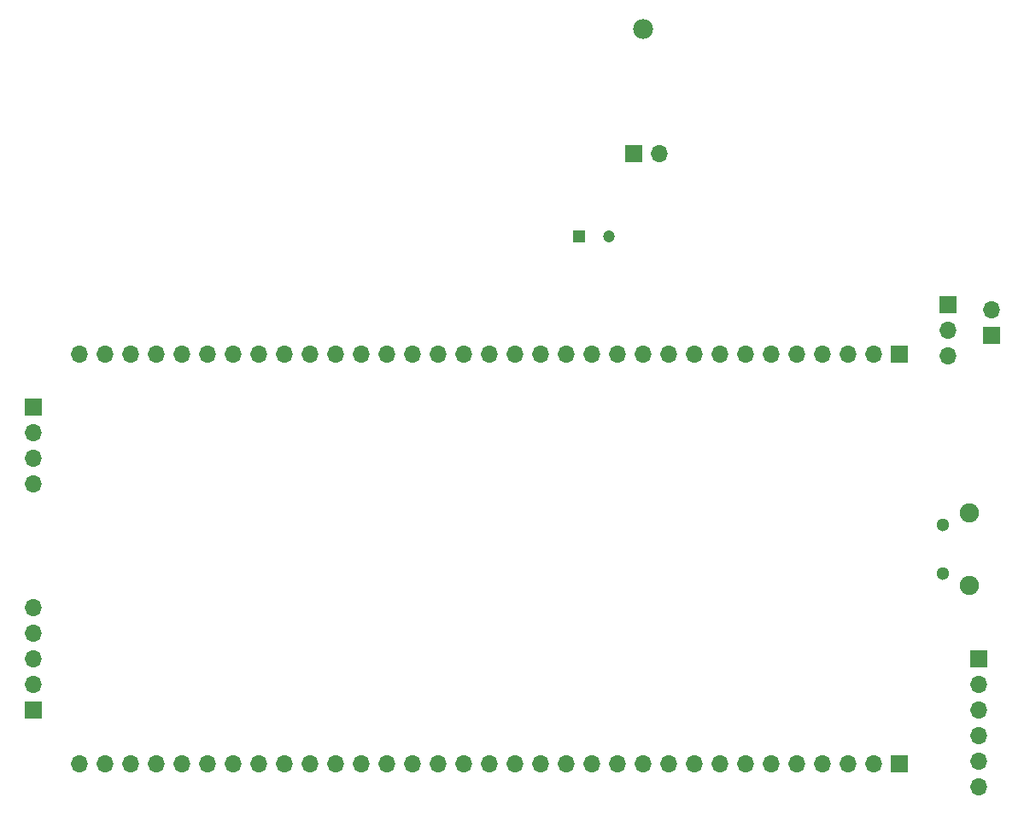
<source format=gbr>
%TF.GenerationSoftware,KiCad,Pcbnew,(6.0.2)*%
%TF.CreationDate,2022-03-20T22:54:28+02:00*%
%TF.ProjectId,main,6d61696e-2e6b-4696-9361-645f70636258,rev?*%
%TF.SameCoordinates,Original*%
%TF.FileFunction,Soldermask,Bot*%
%TF.FilePolarity,Negative*%
%FSLAX46Y46*%
G04 Gerber Fmt 4.6, Leading zero omitted, Abs format (unit mm)*
G04 Created by KiCad (PCBNEW (6.0.2)) date 2022-03-20 22:54:28*
%MOMM*%
%LPD*%
G01*
G04 APERTURE LIST*
%ADD10O,1.700000X1.700000*%
%ADD11R,1.700000X1.700000*%
%ADD12C,1.980000*%
%ADD13C,1.900000*%
%ADD14C,1.300000*%
%ADD15C,1.200000*%
%ADD16R,1.200000X1.200000*%
G04 APERTURE END LIST*
D10*
%TO.C,J6*%
X149098000Y-82296000D03*
D11*
X146558000Y-82296000D03*
%TD*%
D12*
%TO.C,U2*%
X147469000Y-69976000D03*
%TD*%
D11*
%TO.C,J5*%
X181991000Y-100335000D03*
D10*
X181991000Y-97795000D03*
%TD*%
%TO.C,J1*%
X91567000Y-102235000D03*
X94107000Y-102235000D03*
X96647000Y-102235000D03*
X99187000Y-102235000D03*
X101727000Y-102235000D03*
X104267000Y-102235000D03*
X106807000Y-102235000D03*
X109347000Y-102235000D03*
X111887000Y-102235000D03*
X114427000Y-102235000D03*
X116967000Y-102235000D03*
X119507000Y-102235000D03*
X122047000Y-102235000D03*
X124587000Y-102235000D03*
X127127000Y-102235000D03*
X129667000Y-102235000D03*
X132207000Y-102235000D03*
X134747000Y-102235000D03*
X137287000Y-102235000D03*
X139827000Y-102235000D03*
X142367000Y-102235000D03*
X144907000Y-102235000D03*
X147447000Y-102235000D03*
X149987000Y-102235000D03*
X152527000Y-102235000D03*
X155067000Y-102235000D03*
X157607000Y-102235000D03*
X160147000Y-102235000D03*
X162687000Y-102235000D03*
X165227000Y-102235000D03*
X167767000Y-102235000D03*
X170307000Y-102235000D03*
D11*
X172847000Y-102235000D03*
%TD*%
D10*
%TO.C,J10*%
X86995000Y-115062000D03*
X86995000Y-112522000D03*
X86995000Y-109982000D03*
D11*
X86995000Y-107442000D03*
%TD*%
%TO.C,J7*%
X177673000Y-97297000D03*
D10*
X177673000Y-99837000D03*
X177673000Y-102377000D03*
%TD*%
D13*
%TO.C,J3*%
X179861000Y-117939000D03*
X179861000Y-125139000D03*
D14*
X177191000Y-119114000D03*
X177191000Y-123964000D03*
%TD*%
D10*
%TO.C,J8*%
X86995000Y-127376000D03*
X86995000Y-129916000D03*
X86995000Y-132456000D03*
X86995000Y-134996000D03*
D11*
X86995000Y-137536000D03*
%TD*%
D10*
%TO.C,J9*%
X180721000Y-145161000D03*
X180721000Y-142621000D03*
X180721000Y-140081000D03*
X180721000Y-137541000D03*
X180721000Y-135001000D03*
D11*
X180721000Y-132461000D03*
%TD*%
D10*
%TO.C,J2*%
X91567000Y-142875000D03*
X94107000Y-142875000D03*
X96647000Y-142875000D03*
X99187000Y-142875000D03*
X101727000Y-142875000D03*
X104267000Y-142875000D03*
X106807000Y-142875000D03*
X109347000Y-142875000D03*
X111887000Y-142875000D03*
X114427000Y-142875000D03*
X116967000Y-142875000D03*
X119507000Y-142875000D03*
X122047000Y-142875000D03*
X124587000Y-142875000D03*
X127127000Y-142875000D03*
X129667000Y-142875000D03*
X132207000Y-142875000D03*
X134747000Y-142875000D03*
X137287000Y-142875000D03*
X139827000Y-142875000D03*
X142367000Y-142875000D03*
X144907000Y-142875000D03*
X147447000Y-142875000D03*
X149987000Y-142875000D03*
X152527000Y-142875000D03*
X155067000Y-142875000D03*
X157607000Y-142875000D03*
X160147000Y-142875000D03*
X162687000Y-142875000D03*
X165227000Y-142875000D03*
X167767000Y-142875000D03*
X170307000Y-142875000D03*
D11*
X172847000Y-142875000D03*
%TD*%
D15*
%TO.C,R10*%
X144121000Y-90551000D03*
D16*
X141121000Y-90551000D03*
%TD*%
M02*

</source>
